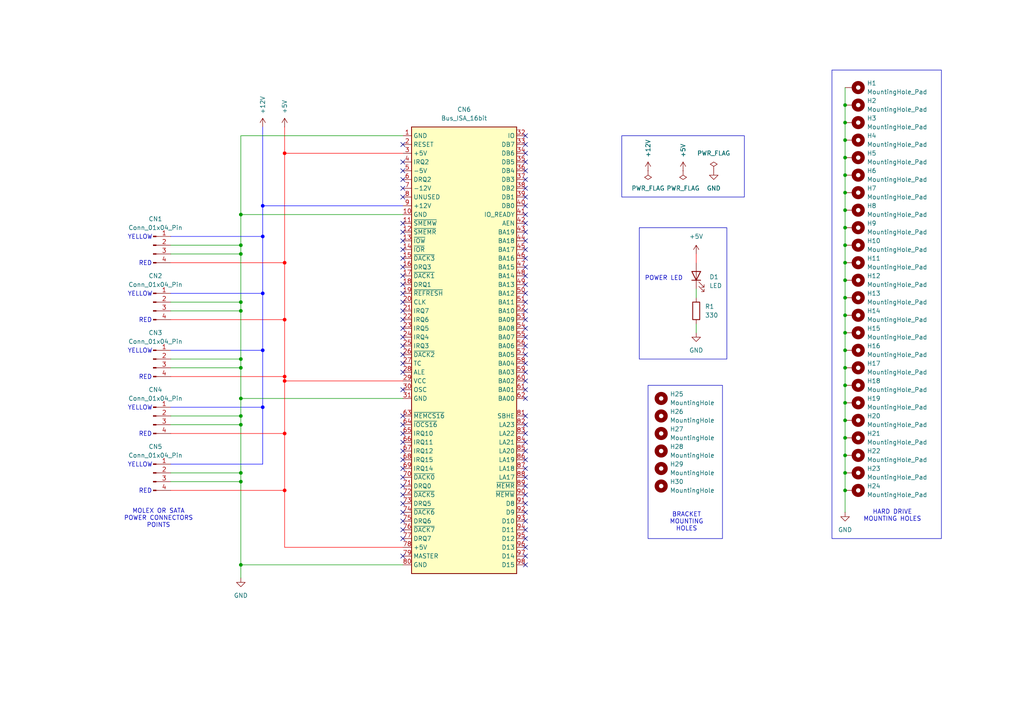
<source format=kicad_sch>
(kicad_sch (version 20250114) (generator "eeschema") (generator_version "9.0")
  (paper "A4")
  (title_block (title "Mount Winchester FL16") (rev "1.1") (company "Oddsocks b5s4"))
  (lib_symbols
    (symbol "Connector:Bus_ISA_16bit"
      (property "Reference" "J" (at 0 67.945 0))
      (property "Value" "Bus_ISA_16bit" (at 0 -65.405 0))
      (symbol "Bus_ISA_16bit_0_1"
        (rectangle (start -15.24 -63.5) (end 15.24 66.04) (stroke (width 0.254)) (fill (type background)))
      )
      (symbol "Bus_ISA_16bit_1_1"
        (pin power_in line (at -17.78 63.5 0) (length 2.54) (name "GND") (number "1"))
        (pin output line (at -17.78 60.96 0) (length 2.54) (name "RESET") (number "2"))
        (pin power_in line (at -17.78 58.42 0) (length 2.54) (name "+5V") (number "3"))
        (pin passive line (at -17.78 55.88 0) (length 2.54) (name "IRQ2") (number "4"))
        (pin power_in line (at -17.78 53.34 0) (length 2.54) (name "-5V") (number "5"))
        (pin passive line (at -17.78 50.8 0) (length 2.54) (name "DRQ2") (number "6"))
        (pin power_in line (at -17.78 48.26 0) (length 2.54) (name "-12V") (number "7"))
        (pin passive line (at -17.78 45.72 0) (length 2.54) (name "UNUSED") (number "8"))
        (pin power_in line (at -17.78 43.18 0) (length 2.54) (name "+12V") (number "9"))
        (pin power_in line (at -17.78 40.64 0) (length 2.54) (name "GND") (number "10"))
        (pin output line (at -17.78 38.1 0) (length 2.54) (name "~{SMEMW}") (number "11"))
        (pin output line (at -17.78 35.56 0) (length 2.54) (name "~{SMEMR}") (number "12"))
        (pin output line (at -17.78 33.02 0) (length 2.54) (name "~{IOW}") (number "13"))
        (pin output line (at -17.78 30.48 0) (length 2.54) (name "~{IOR}") (number "14"))
        (pin passive line (at -17.78 27.94 0) (length 2.54) (name "~{DACK3}") (number "15"))
        (pin passive line (at -17.78 25.4 0) (length 2.54) (name "DRQ3") (number "16"))
        (pin passive line (at -17.78 22.86 0) (length 2.54) (name "~{DACK1}") (number "17"))
        (pin passive line (at -17.78 20.32 0) (length 2.54) (name "DRQ1") (number "18"))
        (pin passive line (at -17.78 17.78 0) (length 2.54) (name "~{REFRESH}") (number "19"))
        (pin output line (at -17.78 15.24 0) (length 2.54) (name "CLK") (number "20"))
        (pin passive line (at -17.78 12.7 0) (length 2.54) (name "IRQ7") (number "21"))
        (pin passive line (at -17.78 10.16 0) (length 2.54) (name "IRQ6") (number "22"))
        (pin passive line (at -17.78 7.62 0) (length 2.54) (name "IRQ5") (number "23"))
        (pin passive line (at -17.78 5.08 0) (length 2.54) (name "IRQ4") (number "24"))
        (pin passive line (at -17.78 2.54 0) (length 2.54) (name "IRQ3") (number "25"))
        (pin passive line (at -17.78 0 0) (length 2.54) (name "~{DACK2}") (number "26"))
        (pin passive line (at -17.78 -2.54 0) (length 2.54) (name "TC") (number "27"))
        (pin output line (at -17.78 -5.08 0) (length 2.54) (name "ALE") (number "28"))
        (pin power_in line (at -17.78 -7.62 0) (length 2.54) (name "VCC") (number "29"))
        (pin output line (at -17.78 -10.16 0) (length 2.54) (name "OSC") (number "30"))
        (pin power_in line (at -17.78 -12.7 0) (length 2.54) (name "GND") (number "31"))
        (pin passive line (at -17.78 -17.78 0) (length 2.54) (name "~{MEMCS16}") (number "63"))
        (pin passive line (at -17.78 -20.32 0) (length 2.54) (name "~{IOCS16}") (number "64"))
        (pin passive line (at -17.78 -22.86 0) (length 2.54) (name "IRQ10") (number "65"))
        (pin passive line (at -17.78 -25.4 0) (length 2.54) (name "IRQ11") (number "66"))
        (pin passive line (at -17.78 -27.94 0) (length 2.54) (name "IRQ12") (number "67"))
        (pin passive line (at -17.78 -30.48 0) (length 2.54) (name "IRQ15") (number "68"))
        (pin passive line (at -17.78 -33.02 0) (length 2.54) (name "IRQ14") (number "69"))
        (pin output line (at -17.78 -35.56 0) (length 2.54) (name "~{DACK0}") (number "70"))
        (pin passive line (at -17.78 -38.1 0) (length 2.54) (name "DRQ0") (number "71"))
        (pin output line (at -17.78 -40.64 0) (length 2.54) (name "~{DACK5}") (number "72"))
        (pin passive line (at -17.78 -43.18 0) (length 2.54) (name "DRQ5") (number "73"))
        (pin output line (at -17.78 -45.72 0) (length 2.54) (name "~{DACK6}") (number "74"))
        (pin passive line (at -17.78 -48.26 0) (length 2.54) (name "DRQ6") (number "75"))
        (pin output line (at -17.78 -50.8 0) (length 2.54) (name "~{DACK7}") (number "76"))
        (pin passive line (at -17.78 -53.34 0) (length 2.54) (name "DRQ7") (number "77"))
        (pin power_in line (at -17.78 -55.88 0) (length 2.54) (name "+5V") (number "78"))
        (pin passive line (at -17.78 -58.42 0) (length 2.54) (name "MASTER") (number "79"))
        (pin power_in line (at -17.78 -60.96 0) (length 2.54) (name "GND") (number "80"))
        (pin passive line (at 17.78 63.5 180) (length 2.54) (name "IO") (number "32"))
        (pin tri_state line (at 17.78 60.96 180) (length 2.54) (name "DB7") (number "33"))
        (pin tri_state line (at 17.78 58.42 180) (length 2.54) (name "DB6") (number "34"))
        (pin tri_state line (at 17.78 55.88 180) (length 2.54) (name "DB5") (number "35"))
        (pin tri_state line (at 17.78 53.34 180) (length 2.54) (name "DB4") (number "36"))
        (pin tri_state line (at 17.78 50.8 180) (length 2.54) (name "DB3") (number "37"))
        (pin tri_state line (at 17.78 48.26 180) (length 2.54) (name "DB2") (number "38"))
        (pin tri_state line (at 17.78 45.72 180) (length 2.54) (name "DB1") (number "39"))
        (pin tri_state line (at 17.78 43.18 180) (length 2.54) (name "DB0") (number "40"))
        (pin passive line (at 17.78 40.64 180) (length 2.54) (name "IO_READY") (number "41"))
        (pin output line (at 17.78 38.1 180) (length 2.54) (name "AEN") (number "42"))
        (pin tri_state line (at 17.78 35.56 180) (length 2.54) (name "BA19") (number "43"))
        (pin tri_state line (at 17.78 33.02 180) (length 2.54) (name "BA18") (number "44"))
        (pin tri_state line (at 17.78 30.48 180) (length 2.54) (name "BA17") (number "45"))
        (pin tri_state line (at 17.78 27.94 180) (length 2.54) (name "BA16") (number "46"))
        (pin tri_state line (at 17.78 25.4 180) (length 2.54) (name "BA15") (number "47"))
        (pin tri_state line (at 17.78 22.86 180) (length 2.54) (name "BA14") (number "48"))
        (pin tri_state line (at 17.78 20.32 180) (length 2.54) (name "BA13") (number "49"))
        (pin tri_state line (at 17.78 17.78 180) (length 2.54) (name "BA12") (number "50"))
        (pin tri_state line (at 17.78 15.24 180) (length 2.54) (name "BA11") (number "51"))
        (pin tri_state line (at 17.78 12.7 180) (length 2.54) (name "BA10") (number "52"))
        (pin tri_state line (at 17.78 10.16 180) (length 2.54) (name "BA09") (number "53"))
        (pin tri_state line (at 17.78 7.62 180) (length 2.54) (name "BA08") (number "54"))
        (pin tri_state line (at 17.78 5.08 180) (length 2.54) (name "BA07") (number "55"))
        (pin tri_state line (at 17.78 2.54 180) (length 2.54) (name "BA06") (number "56"))
        (pin tri_state line (at 17.78 0 180) (length 2.54) (name "BA05") (number "57"))
        (pin tri_state line (at 17.78 -2.54 180) (length 2.54) (name "BA04") (number "58"))
        (pin tri_state line (at 17.78 -5.08 180) (length 2.54) (name "BA03") (number "59"))
        (pin tri_state line (at 17.78 -7.62 180) (length 2.54) (name "BA02") (number "60"))
        (pin tri_state line (at 17.78 -10.16 180) (length 2.54) (name "BA01") (number "61"))
        (pin tri_state line (at 17.78 -12.7 180) (length 2.54) (name "BA00") (number "62"))
        (pin passive line (at 17.78 -17.78 180) (length 2.54) (name "SBHE") (number "81"))
        (pin passive line (at 17.78 -20.32 180) (length 2.54) (name "LA23") (number "82"))
        (pin passive line (at 17.78 -22.86 180) (length 2.54) (name "LA22") (number "83"))
        (pin passive line (at 17.78 -25.4 180) (length 2.54) (name "LA21") (number "84"))
        (pin passive line (at 17.78 -27.94 180) (length 2.54) (name "LA20") (number "85"))
        (pin passive line (at 17.78 -30.48 180) (length 2.54) (name "LA19") (number "86"))
        (pin passive line (at 17.78 -33.02 180) (length 2.54) (name "LA18") (number "87"))
        (pin passive line (at 17.78 -35.56 180) (length 2.54) (name "LA17") (number "88"))
        (pin output line (at 17.78 -38.1 180) (length 2.54) (name "~{MEMR}") (number "89"))
        (pin output line (at 17.78 -40.64 180) (length 2.54) (name "~{MEMW}") (number "90"))
        (pin tri_state line (at 17.78 -43.18 180) (length 2.54) (name "D8") (number "91"))
        (pin tri_state line (at 17.78 -45.72 180) (length 2.54) (name "D9") (number "92"))
        (pin tri_state line (at 17.78 -48.26 180) (length 2.54) (name "D10") (number "93"))
        (pin tri_state line (at 17.78 -50.8 180) (length 2.54) (name "D11") (number "94"))
        (pin tri_state line (at 17.78 -53.34 180) (length 2.54) (name "D12") (number "95"))
        (pin tri_state line (at 17.78 -55.88 180) (length 2.54) (name "D13") (number "96"))
        (pin tri_state line (at 17.78 -58.42 180) (length 2.54) (name "D14") (number "97"))
        (pin tri_state line (at 17.78 -60.96 180) (length 2.54) (name "D15") (number "98"))
      )
    )
    (symbol "Connector:Conn_01x04_Pin" (pin_names (offset 1.016) (hide yes))
      (property "Reference" "J" (at 0 5.08 0))
      (property "Value" "Conn_01x04_Pin" (at 0 -7.62 0))
      (symbol "Conn_01x04_Pin_1_1"
        (rectangle (start 0.8636 2.667) (end 0 2.413) (stroke (width 0.1524)) (fill (type outline)))
        (rectangle (start 0.8636 0.127) (end 0 -0.127) (stroke (width 0.1524)) (fill (type outline)))
        (rectangle (start 0.8636 -2.413) (end 0 -2.667) (stroke (width 0.1524)) (fill (type outline)))
        (rectangle (start 0.8636 -4.953) (end 0 -5.207) (stroke (width 0.1524)) (fill (type outline)))
        (polyline (pts (xy 1.27 2.54) (xy 0.8636 2.54)) (stroke (width 0.1524)))
        (polyline (pts (xy 1.27 0) (xy 0.8636 0)) (stroke (width 0.1524)))
        (polyline (pts (xy 1.27 -2.54) (xy 0.8636 -2.54)) (stroke (width 0.1524)))
        (polyline (pts (xy 1.27 -5.08) (xy 0.8636 -5.08)) (stroke (width 0.1524)))
        (pin passive line (at 5.08 2.54 180) (length 3.81) (name "Pin_1") (number "1"))
        (pin passive line (at 5.08 0 180) (length 3.81) (name "Pin_2") (number "2"))
        (pin passive line (at 5.08 -2.54 180) (length 3.81) (name "Pin_3") (number "3"))
        (pin passive line (at 5.08 -5.08 180) (length 3.81) (name "Pin_4") (number "4"))
      )
    )
    (symbol "Device:LED" (pin_numbers (hide yes)) (pin_names (offset 1.016) (hide yes))
      (property "Reference" "D" (at 0 2.54 0))
      (property "Value" "LED" (at 0 -2.54 0))
      (symbol "LED_0_1"
        (polyline (pts (xy -3.048 -0.762) (xy -4.572 -2.286) (xy -3.81 -2.286) (xy -4.572 -2.286) (xy -4.572 -1.524)))
        (polyline (pts (xy -1.778 -0.762) (xy -3.302 -2.286) (xy -2.54 -2.286) (xy -3.302 -2.286) (xy -3.302 -1.524)))
        (polyline (pts (xy -1.27 0) (xy 1.27 0)))
        (polyline (pts (xy -1.27 -1.27) (xy -1.27 1.27)) (stroke (width 0.254)))
        (polyline (pts (xy 1.27 -1.27) (xy 1.27 1.27) (xy -1.27 0) (xy 1.27 -1.27)) (stroke (width 0.254)))
      )
      (symbol "LED_1_1"
        (pin passive line (at -3.81 0 0) (length 2.54) (name "K") (number "1"))
        (pin passive line (at 3.81 0 180) (length 2.54) (name "A") (number "2"))
      )
    )
    (symbol "Device:R" (pin_numbers (hide yes)) (pin_names (offset 0))
      (property "Reference" "R" (at 2.032 0 90))
      (property "Value" "R" (at 0 0 90))
      (symbol "R_0_1"
        (rectangle (start -1.016 -2.54) (end 1.016 2.54) (stroke (width 0.254)))
      )
      (symbol "R_1_1"
        (pin passive line (at 0 3.81 270) (length 1.27) (name "~") (number "1"))
        (pin passive line (at 0 -3.81 90) (length 1.27) (name "~") (number "2"))
      )
    )
    (symbol "Mechanical:MountingHole" (pin_names (offset 1.016)) (in_bom no)
      (property "Reference" "H" (at 0 5.08 0))
      (property "Value" "MountingHole" (at 0 3.175 0))
      (symbol "MountingHole_0_1"
        (circle (center 0 0) (radius 1.27) (stroke (width 1.27)))
      )
    )
    (symbol "Mechanical:MountingHole_Pad" (pin_numbers (hide yes)) (pin_names (offset 1.016) (hide yes)) (in_bom no)
      (property "Reference" "H" (at 0 6.35 0))
      (property "Value" "MountingHole_Pad" (at 0 4.445 0))
      (symbol "MountingHole_Pad_0_1"
        (circle (center 0 1.27) (radius 1.27) (stroke (width 1.27)))
      )
      (symbol "MountingHole_Pad_1_1"
        (pin input line (at 0 -2.54 90) (length 2.54) (name "1") (number "1"))
      )
    )
    (symbol "power:+12V" (power) (pin_numbers (hide yes)) (pin_names (offset 0) (hide yes))
      (property "Value" "+12V" (at 0 3.556 0))
      (symbol "+12V_0_1"
        (polyline (pts (xy -0.762 1.27) (xy 0 2.54)))
        (polyline (pts (xy 0 2.54) (xy 0.762 1.27)))
        (polyline (pts (xy 0 0) (xy 0 2.54)))
      )
      (symbol "+12V_1_1"
        (pin power_in line (at 0 0 90) (length 0) (name "~") (number "1"))
      )
    )
    (symbol "power:+5V" (power) (pin_numbers (hide yes)) (pin_names (offset 0) (hide yes))
      (property "Value" "+5V" (at 0 3.556 0))
      (symbol "+5V_0_1"
        (polyline (pts (xy -0.762 1.27) (xy 0 2.54)))
        (polyline (pts (xy 0 2.54) (xy 0.762 1.27)))
        (polyline (pts (xy 0 0) (xy 0 2.54)))
      )
      (symbol "+5V_1_1"
        (pin power_in line (at 0 0 90) (length 0) (name "~") (number "1"))
      )
    )
    (symbol "power:GND" (power) (pin_numbers (hide yes)) (pin_names (offset 0) (hide yes))
      (property "Value" "GND" (at 0 -3.81 0))
      (symbol "GND_0_1"
        (polyline (pts (xy 0 0) (xy 0 -1.27) (xy 1.27 -1.27) (xy 0 -2.54) (xy -1.27 -1.27) (xy 0 -1.27)))
      )
      (symbol "GND_1_1"
        (pin power_in line (at 0 0 270) (length 0) (name "~") (number "1"))
      )
    )
    (symbol "power:PWR_FLAG" (power) (pin_numbers (hide yes)) (pin_names (offset 0) (hide yes))
      (property "Value" "PWR_FLAG" (at 0 3.81 0))
      (symbol "PWR_FLAG_0_0"
        (pin power_out line (at 0 0 90) (length 0) (name "~") (number "1"))
      )
      (symbol "PWR_FLAG_0_1"
        (polyline (pts (xy 0 0) (xy 0 1.27) (xy -1.016 1.905) (xy 0 2.54) (xy 1.016 1.905) (xy 0 1.27)))
      )
    )
  )
  (rectangle (start 187.96 111.76) (end 209.55 156.21))
  (rectangle (start 185.42 66.04) (end 210.82 104.14))
  (rectangle (start 180.34 39.37) (end 215.9 57.15))
  (rectangle (start 241.3 20.32) (end 273.05 156.21))
  (text "MOLEX OR SATA\nPOWER CONNECTORS\nPOINTS" (at 45.974 150.368 0) (effects (font (size 1.27 1.27))))
  (text "RED" (at 42.164 125.984 0) (effects (font (size 1.27 1.27))))
  (text "YELLOW" (at 40.64 118.364 0) (effects (font (size 1.27 1.27))))
  (text "RED" (at 42.164 109.474 0) (effects (font (size 1.27 1.27))))
  (text "YELLOW" (at 40.64 101.854 0) (effects (font (size 1.27 1.27))))
  (text "BRACKET\nMOUNTING\nHOLES" (at 199.136 151.384 0) (effects (font (size 1.27 1.27))))
  (text "RED" (at 42.164 92.964 0) (effects (font (size 1.27 1.27))))
  (text "RED" (at 42.164 76.454 0) (effects (font (size 1.27 1.27))))
  (text "YELLOW" (at 40.64 134.874 0) (effects (font (size 1.27 1.27))))
  (text "YELLOW" (at 40.64 68.834 0) (effects (font (size 1.27 1.27))))
  (text "YELLOW" (at 40.64 85.344 0) (effects (font (size 1.27 1.27))))
  (text "RED" (at 42.164 142.494 0) (effects (font (size 1.27 1.27))))
  (text "POWER LED" (at 192.532 80.772 0) (effects (font (size 1.27 1.27))))
  (text "HARD DRIVE\nMOUNTING HOLES" (at 258.826 149.606 0) (effects (font (size 1.27 1.27))))
  (junction (at 82.55 125.73) (color 255 0 0 1))
  (junction (at 245.11 55.88))
  (junction (at 69.85 115.57))
  (junction (at 76.2 85.09) (color 0 0 255 1))
  (junction (at 76.2 59.69) (color 0 0 255 1))
  (junction (at 245.11 30.48))
  (junction (at 245.11 91.44))
  (junction (at 69.85 104.14))
  (junction (at 82.55 76.2) (color 255 0 0 1))
  (junction (at 245.11 142.24))
  (junction (at 245.11 86.36))
  (junction (at 245.11 127))
  (junction (at 245.11 50.8))
  (junction (at 245.11 96.52))
  (junction (at 69.85 73.66))
  (junction (at 76.2 68.58) (color 0 0 255 1))
  (junction (at 69.85 90.17))
  (junction (at 245.11 132.08))
  (junction (at 245.11 45.72))
  (junction (at 245.11 121.92))
  (junction (at 69.85 139.7))
  (junction (at 245.11 111.76))
  (junction (at 76.2 118.11) (color 0 0 255 1))
  (junction (at 245.11 106.68))
  (junction (at 82.55 92.71) (color 255 0 0 1))
  (junction (at 69.85 106.68))
  (junction (at 82.55 109.22) (color 255 0 0 1))
  (junction (at 245.11 81.28))
  (junction (at 76.2 101.6) (color 0 0 255 1))
  (junction (at 69.85 87.63))
  (junction (at 69.85 163.83))
  (junction (at 82.55 142.24) (color 255 0 0 1))
  (junction (at 245.11 35.56))
  (junction (at 245.11 60.96))
  (junction (at 69.85 62.23))
  (junction (at 69.85 137.16))
  (junction (at 82.55 110.49) (color 255 0 0 1))
  (junction (at 245.11 101.6))
  (junction (at 69.85 71.12))
  (junction (at 245.11 40.64))
  (junction (at 245.11 76.2))
  (junction (at 245.11 71.12))
  (junction (at 69.85 123.19))
  (junction (at 245.11 66.04))
  (junction (at 245.11 116.84))
  (junction (at 82.55 44.45) (color 255 0 0 1))
  (junction (at 69.85 120.65))
  (junction (at 245.11 137.16))
  (no_connect (at 116.84 138.43))
  (no_connect (at 152.4 113.03))
  (no_connect (at 116.84 100.33))
  (no_connect (at 116.84 125.73))
  (no_connect (at 116.84 120.65))
  (no_connect (at 152.4 135.89))
  (no_connect (at 116.84 52.07))
  (no_connect (at 116.84 57.15))
  (no_connect (at 152.4 90.17))
  (no_connect (at 116.84 64.77))
  (no_connect (at 152.4 133.35))
  (no_connect (at 116.84 97.79))
  (no_connect (at 116.84 133.35))
  (no_connect (at 116.84 69.85))
  (no_connect (at 116.84 143.51))
  (no_connect (at 152.4 130.81))
  (no_connect (at 116.84 130.81))
  (no_connect (at 152.4 158.75))
  (no_connect (at 152.4 102.87))
  (no_connect (at 152.4 49.53))
  (no_connect (at 152.4 41.91))
  (no_connect (at 116.84 95.25))
  (no_connect (at 152.4 97.79))
  (no_connect (at 116.84 72.39))
  (no_connect (at 152.4 72.39))
  (no_connect (at 152.4 82.55))
  (no_connect (at 116.84 161.29))
  (no_connect (at 152.4 54.61))
  (no_connect (at 116.84 41.91))
  (no_connect (at 116.84 92.71))
  (no_connect (at 116.84 105.41))
  (no_connect (at 152.4 74.93))
  (no_connect (at 152.4 156.21))
  (no_connect (at 152.4 62.23))
  (no_connect (at 152.4 100.33))
  (no_connect (at 152.4 39.37))
  (no_connect (at 116.84 82.55))
  (no_connect (at 152.4 163.83))
  (no_connect (at 116.84 156.21))
  (no_connect (at 116.84 90.17))
  (no_connect (at 152.4 110.49))
  (no_connect (at 152.4 115.57))
  (no_connect (at 152.4 52.07))
  (no_connect (at 116.84 151.13))
  (no_connect (at 152.4 148.59))
  (no_connect (at 152.4 143.51))
  (no_connect (at 116.84 140.97))
  (no_connect (at 152.4 44.45))
  (no_connect (at 152.4 80.01))
  (no_connect (at 116.84 153.67))
  (no_connect (at 116.84 54.61))
  (no_connect (at 152.4 105.41))
  (no_connect (at 152.4 107.95))
  (no_connect (at 152.4 69.85))
  (no_connect (at 152.4 128.27))
  (no_connect (at 116.84 128.27))
  (no_connect (at 116.84 135.89))
  (no_connect (at 152.4 146.05))
  (no_connect (at 152.4 67.31))
  (no_connect (at 152.4 161.29))
  (no_connect (at 116.84 113.03))
  (no_connect (at 152.4 46.99))
  (no_connect (at 152.4 138.43))
  (no_connect (at 116.84 80.01))
  (no_connect (at 116.84 46.99))
  (no_connect (at 152.4 77.47))
  (no_connect (at 152.4 125.73))
  (no_connect (at 116.84 85.09))
  (no_connect (at 116.84 77.47))
  (no_connect (at 152.4 87.63))
  (no_connect (at 116.84 102.87))
  (no_connect (at 152.4 140.97))
  (no_connect (at 152.4 95.25))
  (no_connect (at 152.4 153.67))
  (no_connect (at 152.4 57.15))
  (no_connect (at 116.84 148.59))
  (no_connect (at 116.84 74.93))
  (no_connect (at 152.4 123.19))
  (no_connect (at 116.84 107.95))
  (no_connect (at 152.4 64.77))
  (no_connect (at 116.84 49.53))
  (no_connect (at 152.4 59.69))
  (no_connect (at 116.84 123.19))
  (no_connect (at 116.84 87.63))
  (no_connect (at 152.4 151.13))
  (no_connect (at 116.84 67.31))
  (no_connect (at 116.84 146.05))
  (no_connect (at 152.4 120.65))
  (no_connect (at 152.4 85.09))
  (no_connect (at 152.4 92.71))
  (wire (pts (xy 245.11 86.36) (xy 245.11 91.44)))
  (wire (pts (xy 82.55 125.73) (xy 82.55 142.24)) (stroke (width 0) (color 255 0 0 1)))
  (wire (pts (xy 69.85 163.83) (xy 69.85 167.64)))
  (wire (pts (xy 69.85 120.65) (xy 69.85 123.19)))
  (wire (pts (xy 49.53 109.22) (xy 82.55 109.22)) (stroke (width 0) (color 255 0 0 1)))
  (wire (pts (xy 69.85 62.23) (xy 69.85 71.12)))
  (wire (pts (xy 69.85 163.83) (xy 116.84 163.83)))
  (wire (pts (xy 49.53 90.17) (xy 69.85 90.17)))
  (wire (pts (xy 49.53 123.19) (xy 69.85 123.19)))
  (wire (pts (xy 245.11 137.16) (xy 245.11 142.24)))
  (wire (pts (xy 245.11 60.96) (xy 245.11 66.04)))
  (wire (pts (xy 69.85 39.37) (xy 69.85 62.23)))
  (wire (pts (xy 49.53 139.7) (xy 69.85 139.7)))
  (wire (pts (xy 201.93 73.66) (xy 201.93 76.2)) (stroke (width 0) (color 255 0 0 1)))
  (wire (pts (xy 82.55 109.22) (xy 82.55 110.49)) (stroke (width 0) (color 255 0 0 1)))
  (wire (pts (xy 49.53 125.73) (xy 82.55 125.73)) (stroke (width 0) (color 255 0 0 1)))
  (wire (pts (xy 82.55 76.2) (xy 82.55 92.71)) (stroke (width 0) (color 255 0 0 1)))
  (wire (pts (xy 245.11 132.08) (xy 245.11 137.16)))
  (wire (pts (xy 69.85 137.16) (xy 69.85 139.7)))
  (wire (pts (xy 49.53 68.58) (xy 76.2 68.58)) (stroke (width 0) (color 0 0 255 1)))
  (wire (pts (xy 49.53 106.68) (xy 69.85 106.68)))
  (wire (pts (xy 245.11 71.12) (xy 245.11 76.2)))
  (wire (pts (xy 82.55 36.83) (xy 82.55 44.45)) (stroke (width 0) (color 255 0 0 1)))
  (wire (pts (xy 82.55 44.45) (xy 82.55 76.2)) (stroke (width 0) (color 255 0 0 1)))
  (wire (pts (xy 69.85 139.7) (xy 69.85 163.83)))
  (wire (pts (xy 76.2 59.69) (xy 116.84 59.69)) (stroke (width 0) (color 0 0 255 1)))
  (wire (pts (xy 49.53 134.62) (xy 76.2 134.62)) (stroke (width 0) (color 0 0 255 1)))
  (wire (pts (xy 245.11 40.64) (xy 245.11 45.72)))
  (wire (pts (xy 245.11 101.6) (xy 245.11 106.68)))
  (wire (pts (xy 49.53 71.12) (xy 69.85 71.12)))
  (wire (pts (xy 49.53 73.66) (xy 69.85 73.66)))
  (wire (pts (xy 69.85 87.63) (xy 69.85 90.17)))
  (wire (pts (xy 245.11 30.48) (xy 245.11 35.56)))
  (wire (pts (xy 245.11 111.76) (xy 245.11 116.84)))
  (wire (pts (xy 69.85 71.12) (xy 69.85 73.66)))
  (wire (pts (xy 245.11 91.44) (xy 245.11 96.52)))
  (wire (pts (xy 201.93 83.82) (xy 201.93 86.36)))
  (wire (pts (xy 69.85 62.23) (xy 116.84 62.23)))
  (wire (pts (xy 69.85 106.68) (xy 69.85 115.57)))
  (wire (pts (xy 82.55 44.45) (xy 116.84 44.45)) (stroke (width 0) (color 255 0 0 1)))
  (wire (pts (xy 69.85 90.17) (xy 69.85 104.14)))
  (wire (pts (xy 49.53 137.16) (xy 69.85 137.16)))
  (wire (pts (xy 245.11 81.28) (xy 245.11 86.36)))
  (wire (pts (xy 245.11 127) (xy 245.11 132.08)))
  (wire (pts (xy 245.11 35.56) (xy 245.11 40.64)))
  (wire (pts (xy 245.11 116.84) (xy 245.11 121.92)))
  (wire (pts (xy 49.53 104.14) (xy 69.85 104.14)))
  (wire (pts (xy 245.11 96.52) (xy 245.11 101.6)))
  (wire (pts (xy 76.2 101.6) (xy 76.2 118.11)) (stroke (width 0) (color 0 0 255 1)))
  (wire (pts (xy 49.53 120.65) (xy 69.85 120.65)))
  (wire (pts (xy 76.2 68.58) (xy 76.2 85.09)) (stroke (width 0) (color 0 0 255 1)))
  (wire (pts (xy 69.85 39.37) (xy 116.84 39.37)))
  (wire (pts (xy 76.2 59.69) (xy 76.2 68.58)) (stroke (width 0) (color 0 0 255 1)))
  (wire (pts (xy 245.11 121.92) (xy 245.11 127)))
  (wire (pts (xy 69.85 104.14) (xy 69.85 106.68)))
  (wire (pts (xy 245.11 50.8) (xy 245.11 55.88)))
  (wire (pts (xy 82.55 110.49) (xy 82.55 125.73)) (stroke (width 0) (color 255 0 0 1)))
  (wire (pts (xy 49.53 101.6) (xy 76.2 101.6)) (stroke (width 0) (color 0 0 255 1)))
  (wire (pts (xy 49.53 142.24) (xy 82.55 142.24)) (stroke (width 0) (color 255 0 0 1)))
  (wire (pts (xy 82.55 142.24) (xy 82.55 158.75)) (stroke (width 0) (color 255 0 0 1)))
  (wire (pts (xy 82.55 110.49) (xy 116.84 110.49)) (stroke (width 0) (color 255 0 0 1)))
  (wire (pts (xy 69.85 115.57) (xy 116.84 115.57)))
  (wire (pts (xy 82.55 92.71) (xy 82.55 109.22)) (stroke (width 0) (color 255 0 0 1)))
  (wire (pts (xy 49.53 92.71) (xy 82.55 92.71)) (stroke (width 0) (color 255 0 0 1)))
  (wire (pts (xy 245.11 76.2) (xy 245.11 81.28)))
  (wire (pts (xy 76.2 85.09) (xy 76.2 101.6)) (stroke (width 0) (color 0 0 255 1)))
  (wire (pts (xy 76.2 36.83) (xy 76.2 59.69)) (stroke (width 0) (color 0 0 255 1)))
  (wire (pts (xy 201.93 93.98) (xy 201.93 96.52)))
  (wire (pts (xy 49.53 85.09) (xy 76.2 85.09)) (stroke (width 0) (color 0 0 255 1)))
  (wire (pts (xy 69.85 123.19) (xy 69.85 137.16)))
  (wire (pts (xy 49.53 87.63) (xy 69.85 87.63)))
  (wire (pts (xy 245.11 106.68) (xy 245.11 111.76)))
  (wire (pts (xy 245.11 45.72) (xy 245.11 50.8)))
  (wire (pts (xy 69.85 115.57) (xy 69.85 120.65)))
  (wire (pts (xy 49.53 76.2) (xy 82.55 76.2)) (stroke (width 0) (color 255 0 0 1)))
  (wire (pts (xy 245.11 142.24) (xy 245.11 148.59)))
  (wire (pts (xy 245.11 66.04) (xy 245.11 71.12)))
  (wire (pts (xy 49.53 118.11) (xy 76.2 118.11)) (stroke (width 0) (color 0 0 255 1)))
  (wire (pts (xy 245.11 25.4) (xy 245.11 30.48)))
  (wire (pts (xy 69.85 73.66) (xy 69.85 87.63)))
  (wire (pts (xy 245.11 55.88) (xy 245.11 60.96)))
  (wire (pts (xy 76.2 118.11) (xy 76.2 134.62)) (stroke (width 0) (color 0 0 255 1)))
  (wire (pts (xy 82.55 158.75) (xy 116.84 158.75)) (stroke (width 0) (color 255 0 0 1)))
  (symbol (lib_id "Connector:Conn_01x04_Pin") (at 44.45 71.12 0) (unit 1)
    (property "Reference" "CN1" (at 45.085 63.5 0))
    (property "Value" "Conn_01x04_Pin" (at 45.085 66.04 0))
    (property "Footprint" "Connector_Wire:SolderWire-0.75sqmm_1x04_P4.8mm_D1.25mm_OD2.3mm" (effects (hide yes)))
    (property "Description" "Generic connector, single row, 01x04, script generated" (effects (hide yes)))
  )
  (symbol (lib_id "Mechanical:MountingHole_Pad") (at 247.65 116.84 270) (unit 1) (in_bom no)
    (property "Reference" "H19" (at 251.46 115.5699 90) (effects (justify left)))
    (property "Value" "MountingHole_Pad" (at 251.46 118.1099 90) (effects (justify left)))
    (property "Footprint" "MountingHole:MountingHole_3.2mm_M3_DIN965_Pad_TopOnly" (effects (hide yes)))
    (property "Description" "Mounting Hole with connection" (effects (hide yes)))
  )
  (symbol (lib_id "power:GND") (at 245.11 148.59 0) (unit 1)
    (property "Reference" "#PWR034" (effects (hide yes)))
    (property "Value" "GND" (at 245.11 153.67 0))
    (property "Description" "Power symbol creates a global label with name \"GND\" , ground" (effects (hide yes)))
  )
  (symbol (lib_id "power:+5V") (at 82.55 36.83 0) (unit 1)
    (property "Reference" "#PWR036" (effects (hide yes)))
    (property "Value" "+5V" (at 82.5501 33.02 90) (effects (justify left)))
    (property "Description" "Power symbol creates a global label with name \"+5V\"" (effects (hide yes)))
  )
  (symbol (lib_id "Mechanical:MountingHole_Pad") (at 247.65 91.44 270) (unit 1) (in_bom no)
    (property "Reference" "H14" (at 251.46 90.1699 90) (effects (justify left)))
    (property "Value" "MountingHole_Pad" (at 251.46 92.7099 90) (effects (justify left)))
    (property "Footprint" "MountingHole:MountingHole_3.2mm_M3_DIN965_Pad_TopOnly" (effects (hide yes)))
    (property "Description" "Mounting Hole with connection" (effects (hide yes)))
  )
  (symbol (lib_id "power:GND") (at 69.85 167.64 0) (unit 1)
    (property "Reference" "#PWR035" (effects (hide yes)))
    (property "Value" "GND" (at 69.85 172.72 0))
    (property "Description" "Power symbol creates a global label with name \"GND\" , ground" (effects (hide yes)))
  )
  (symbol (lib_id "Device:R") (at 201.93 90.17 0) (unit 1)
    (property "Reference" "R1" (at 204.47 88.8999 0) (effects (justify left)))
    (property "Value" "330" (at 204.47 91.4399 0) (effects (justify left)))
    (property "Footprint" "Resistor_THT:R_Axial_DIN0207_L6.3mm_D2.5mm_P10.16mm_Horizontal" (effects (hide yes)))
    (property "Description" "Resistor" (effects (hide yes)))
  )
  (symbol (lib_id "Mechanical:MountingHole_Pad") (at 247.65 121.92 270) (unit 1) (in_bom no)
    (property "Reference" "H20" (at 251.46 120.6499 90) (effects (justify left)))
    (property "Value" "MountingHole_Pad" (at 251.46 123.1899 90) (effects (justify left)))
    (property "Footprint" "MountingHole:MountingHole_3.2mm_M3_DIN965_Pad_TopOnly" (effects (hide yes)))
    (property "Description" "Mounting Hole with connection" (effects (hide yes)))
  )
  (symbol (lib_id "Mechanical:MountingHole") (at 191.77 140.97 0) (unit 1) (in_bom no)
    (property "Reference" "H30" (at 194.31 139.6999 0) (effects (justify left)))
    (property "Value" "MountingHole" (at 194.31 142.2399 0) (effects (justify left)))
    (property "Footprint" "MountingHole:MountingHole_3.2mm_M3" (effects (hide yes)))
    (property "Description" "Mounting Hole without connection" (effects (hide yes)))
  )
  (symbol (lib_id "Connector:Bus_ISA_16bit") (at 134.62 102.87 0) (unit 1)
    (property "Reference" "CN6" (at 134.62 31.75 0))
    (property "Value" "Bus_ISA_16bit" (at 134.62 34.29 0))
    (property "Footprint" "Connector_PCBEdge:BUS_AT" (effects (hide yes)))
    (property "Datasheet" "https://en.wikipedia.org/wiki/Industry_Standard_Architecture" (effects (hide yes)))
    (property "Description" "16-bit ISA-AT bus connector" (effects (hide yes)))
  )
  (symbol (lib_id "Mechanical:MountingHole_Pad") (at 247.65 127 270) (unit 1) (in_bom no)
    (property "Reference" "H21" (at 251.46 125.7299 90) (effects (justify left)))
    (property "Value" "MountingHole_Pad" (at 251.46 128.2699 90) (effects (justify left)))
    (property "Footprint" "MountingHole:MountingHole_3.2mm_M3_DIN965_Pad_TopOnly" (effects (hide yes)))
    (property "Description" "Mounting Hole with connection" (effects (hide yes)))
  )
  (symbol (lib_id "Mechanical:MountingHole_Pad") (at 247.65 106.68 270) (unit 1) (in_bom no)
    (property "Reference" "H17" (at 251.46 105.4099 90) (effects (justify left)))
    (property "Value" "MountingHole_Pad" (at 251.46 107.9499 90) (effects (justify left)))
    (property "Footprint" "MountingHole:MountingHole_3.2mm_M3_DIN965_Pad_TopOnly" (effects (hide yes)))
    (property "Description" "Mounting Hole with connection" (effects (hide yes)))
  )
  (symbol (lib_id "Mechanical:MountingHole_Pad") (at 247.65 66.04 270) (unit 1) (in_bom no)
    (property "Reference" "H9" (at 251.46 64.7699 90) (effects (justify left)))
    (property "Value" "MountingHole_Pad" (at 251.46 67.3099 90) (effects (justify left)))
    (property "Footprint" "MountingHole:MountingHole_3.5mm_Pad_TopOnly" (effects (hide yes)))
    (property "Description" "Mounting Hole with connection" (effects (hide yes)))
  )
  (symbol (lib_id "Mechanical:MountingHole") (at 191.77 135.89 0) (unit 1) (in_bom no)
    (property "Reference" "H29" (at 194.31 134.6199 0) (effects (justify left)))
    (property "Value" "MountingHole" (at 194.31 137.1599 0) (effects (justify left)))
    (property "Footprint" "MountingHole:MountingHole_3.2mm_M3" (effects (hide yes)))
    (property "Description" "Mounting Hole without connection" (effects (hide yes)))
  )
  (symbol (lib_id "Mechanical:MountingHole_Pad") (at 247.65 111.76 270) (unit 1) (in_bom no)
    (property "Reference" "H18" (at 251.46 110.4899 90) (effects (justify left)))
    (property "Value" "MountingHole_Pad" (at 251.46 113.0299 90) (effects (justify left)))
    (property "Footprint" "MountingHole:MountingHole_3.2mm_M3_DIN965_Pad_TopOnly" (effects (hide yes)))
    (property "Description" "Mounting Hole with connection" (effects (hide yes)))
  )
  (symbol (lib_id "Mechanical:MountingHole_Pad") (at 247.65 137.16 270) (unit 1) (in_bom no)
    (property "Reference" "H23" (at 251.46 135.8899 90) (effects (justify left)))
    (property "Value" "MountingHole_Pad" (at 251.46 138.4299 90) (effects (justify left)))
    (property "Footprint" "MountingHole:MountingHole_3.2mm_M3_DIN965_Pad_TopOnly" (effects (hide yes)))
    (property "Description" "Mounting Hole with connection" (effects (hide yes)))
  )
  (symbol (lib_id "power:+12V") (at 76.2 36.83 0) (unit 1)
    (property "Reference" "#PWR037" (effects (hide yes)))
    (property "Value" "+12V" (at 76.2 30.48 90))
    (property "Description" "Power symbol creates a global label with name \"+12V\"" (effects (hide yes)))
  )
  (symbol (lib_id "Connector:Conn_01x04_Pin") (at 44.45 120.65 0) (unit 1)
    (property "Reference" "CN4" (at 45.085 113.03 0))
    (property "Value" "Conn_01x04_Pin" (at 45.085 115.57 0))
    (property "Footprint" "Connector_Wire:SolderWire-0.75sqmm_1x04_P4.8mm_D1.25mm_OD2.3mm" (effects (hide yes)))
    (property "Description" "Generic connector, single row, 01x04, script generated" (effects (hide yes)))
  )
  (symbol (lib_id "Connector:Conn_01x04_Pin") (at 44.45 104.14 0) (unit 1)
    (property "Reference" "CN3" (at 45.085 96.52 0))
    (property "Value" "Conn_01x04_Pin" (at 45.085 99.06 0))
    (property "Footprint" "Connector_Wire:SolderWire-0.75sqmm_1x04_P4.8mm_D1.25mm_OD2.3mm" (effects (hide yes)))
    (property "Description" "Generic connector, single row, 01x04, script generated" (effects (hide yes)))
  )
  (symbol (lib_id "Mechanical:MountingHole_Pad") (at 247.65 71.12 270) (unit 1) (in_bom no)
    (property "Reference" "H10" (at 251.46 69.8499 90) (effects (justify left)))
    (property "Value" "MountingHole_Pad" (at 251.46 72.3899 90) (effects (justify left)))
    (property "Footprint" "MountingHole:MountingHole_3.5mm_Pad_TopOnly" (effects (hide yes)))
    (property "Description" "Mounting Hole with connection" (effects (hide yes)))
  )
  (symbol (lib_id "Mechanical:MountingHole_Pad") (at 247.65 40.64 270) (unit 1) (in_bom no)
    (property "Reference" "H4" (at 251.46 39.3699 90) (effects (justify left)))
    (property "Value" "MountingHole_Pad" (at 251.46 41.9099 90) (effects (justify left)))
    (property "Footprint" "MountingHole:MountingHole_3.5mm_Pad_TopOnly" (effects (hide yes)))
    (property "Description" "Mounting Hole with connection" (effects (hide yes)))
  )
  (symbol (lib_id "power:+12V") (at 187.96 49.53 0) (unit 1)
    (property "Reference" "#PWR013" (effects (hide yes)))
    (property "Value" "+12V" (at 187.9599 45.72 90) (effects (justify left)))
    (property "Description" "Power symbol creates a global label with name \"+12V\"" (effects (hide yes)))
  )
  (symbol (lib_id "Connector:Conn_01x04_Pin") (at 44.45 137.16 0) (unit 1)
    (property "Reference" "CN5" (at 45.085 129.54 0))
    (property "Value" "Conn_01x04_Pin" (at 45.085 132.08 0))
    (property "Footprint" "Connector_Wire:SolderWire-0.75sqmm_1x04_P4.8mm_D1.25mm_OD2.3mm" (effects (hide yes)))
    (property "Description" "Generic connector, single row, 01x04, script generated" (effects (hide yes)))
  )
  (symbol (lib_id "Mechanical:MountingHole_Pad") (at 247.65 101.6 270) (unit 1) (in_bom no)
    (property "Reference" "H16" (at 251.46 100.3299 90) (effects (justify left)))
    (property "Value" "MountingHole_Pad" (at 251.46 102.8699 90) (effects (justify left)))
    (property "Footprint" "MountingHole:MountingHole_3.2mm_M3_DIN965_Pad_TopOnly" (effects (hide yes)))
    (property "Description" "Mounting Hole with connection" (effects (hide yes)))
  )
  (symbol (lib_id "Mechanical:MountingHole") (at 191.77 115.57 0) (unit 1) (in_bom no)
    (property "Reference" "H25" (at 194.31 114.2999 0) (effects (justify left)))
    (property "Value" "MountingHole" (at 194.31 116.8399 0) (effects (justify left)))
    (property "Footprint" "MountingHole:MountingHole_3.2mm_M3" (effects (hide yes)))
    (property "Description" "Mounting Hole without connection" (effects (hide yes)))
  )
  (symbol (lib_id "Mechanical:MountingHole_Pad") (at 247.65 76.2 270) (unit 1) (in_bom no)
    (property "Reference" "H11" (at 251.46 74.9299 90) (effects (justify left)))
    (property "Value" "MountingHole_Pad" (at 251.46 77.4699 90) (effects (justify left)))
    (property "Footprint" "MountingHole:MountingHole_3.5mm_Pad_TopOnly" (effects (hide yes)))
    (property "Description" "Mounting Hole with connection" (effects (hide yes)))
  )
  (symbol (lib_id "power:PWR_FLAG") (at 187.96 49.53 180) (unit 1)
    (property "Reference" "#FLG03" (effects (hide yes)))
    (property "Value" "PWR_FLAG" (at 187.96 54.61 0))
    (property "Description" "Special symbol for telling ERC where power comes from" (effects (hide yes)))
  )
  (symbol (lib_id "Mechanical:MountingHole_Pad") (at 247.65 50.8 270) (unit 1) (in_bom no)
    (property "Reference" "H6" (at 251.46 49.5299 90) (effects (justify left)))
    (property "Value" "MountingHole_Pad" (at 251.46 52.0699 90) (effects (justify left)))
    (property "Footprint" "MountingHole:MountingHole_3.5mm_Pad_TopOnly" (effects (hide yes)))
    (property "Description" "Mounting Hole with connection" (effects (hide yes)))
  )
  (symbol (lib_id "Connector:Conn_01x04_Pin") (at 44.45 87.63 0) (unit 1)
    (property "Reference" "CN2" (at 45.085 80.01 0))
    (property "Value" "Conn_01x04_Pin" (at 45.085 82.55 0))
    (property "Footprint" "Connector_Wire:SolderWire-0.75sqmm_1x04_P4.8mm_D1.25mm_OD2.3mm" (effects (hide yes)))
    (property "Description" "Generic connector, single row, 01x04, script generated" (effects (hide yes)))
  )
  (symbol (lib_id "Mechanical:MountingHole") (at 191.77 130.81 0) (unit 1) (in_bom no)
    (property "Reference" "H28" (at 194.31 129.5399 0) (effects (justify left)))
    (property "Value" "MountingHole" (at 194.31 132.0799 0) (effects (justify left)))
    (property "Footprint" "MountingHole:MountingHole_3.2mm_M3" (effects (hide yes)))
    (property "Description" "Mounting Hole without connection" (effects (hide yes)))
  )
  (symbol (lib_id "Mechanical:MountingHole_Pad") (at 247.65 35.56 270) (unit 1) (in_bom no)
    (property "Reference" "H3" (at 251.46 34.2899 90) (effects (justify left)))
    (property "Value" "MountingHole_Pad" (at 251.46 36.8299 90) (effects (justify left)))
    (property "Footprint" "MountingHole:MountingHole_3.5mm_Pad_TopOnly" (effects (hide yes)))
    (property "Description" "Mounting Hole with connection" (effects (hide yes)))
  )
  (symbol (lib_id "power:PWR_FLAG") (at 198.12 49.53 180) (unit 1)
    (property "Reference" "#FLG02" (effects (hide yes)))
    (property "Value" "PWR_FLAG" (at 198.12 54.61 0))
    (property "Description" "Special symbol for telling ERC where power comes from" (effects (hide yes)))
  )
  (symbol (lib_id "power:+5V") (at 198.12 49.53 0) (unit 1)
    (property "Reference" "#PWR016" (effects (hide yes)))
    (property "Value" "+5V" (at 198.1199 45.72 90) (effects (justify left)))
    (property "Description" "Power symbol creates a global label with name \"+5V\"" (effects (hide yes)))
  )
  (symbol (lib_id "Mechanical:MountingHole_Pad") (at 247.65 25.4 270) (unit 1) (in_bom no)
    (property "Reference" "H1" (at 251.46 24.1299 90) (effects (justify left)))
    (property "Value" "MountingHole_Pad" (at 251.46 26.6699 90) (effects (justify left)))
    (property "Footprint" "MountingHole:MountingHole_3.5mm_Pad_TopOnly" (effects (hide yes)))
    (property "Description" "Mounting Hole with connection" (effects (hide yes)))
  )
  (symbol (lib_id "Mechanical:MountingHole_Pad") (at 247.65 142.24 270) (unit 1) (in_bom no)
    (property "Reference" "H24" (at 251.46 140.9699 90) (effects (justify left)))
    (property "Value" "MountingHole_Pad" (at 251.46 143.5099 90) (effects (justify left)))
    (property "Footprint" "MountingHole:MountingHole_3.2mm_M3_DIN965_Pad_TopOnly" (effects (hide yes)))
    (property "Description" "Mounting Hole with connection" (effects (hide yes)))
  )
  (symbol (lib_id "power:GND") (at 207.01 49.53 0) (unit 1)
    (property "Reference" "#PWR015" (effects (hide yes)))
    (property "Value" "GND" (at 207.01 54.61 0))
    (property "Description" "Power symbol creates a global label with name \"GND\" , ground" (effects (hide yes)))
  )
  (symbol (lib_id "Mechanical:MountingHole") (at 191.77 125.73 0) (unit 1) (in_bom no)
    (property "Reference" "H27" (at 194.31 124.4599 0) (effects (justify left)))
    (property "Value" "MountingHole" (at 194.31 126.9999 0) (effects (justify left)))
    (property "Footprint" "MountingHole:MountingHole_3.2mm_M3" (effects (hide yes)))
    (property "Description" "Mounting Hole without connection" (effects (hide yes)))
  )
  (symbol (lib_id "power:PWR_FLAG") (at 207.01 49.53 0) (unit 1)
    (property "Reference" "#FLG01" (effects (hide yes)))
    (property "Value" "PWR_FLAG" (at 207.01 44.45 0))
    (property "Description" "Special symbol for telling ERC where power comes from" (effects (hide yes)))
  )
  (symbol (lib_id "Mechanical:MountingHole_Pad") (at 247.65 60.96 270) (unit 1) (in_bom no)
    (property "Reference" "H8" (at 251.46 59.6899 90) (effects (justify left)))
    (property "Value" "MountingHole_Pad" (at 251.46 62.2299 90) (effects (justify left)))
    (property "Footprint" "MountingHole:MountingHole_3.5mm_Pad_TopOnly" (effects (hide yes)))
    (property "Description" "Mounting Hole with connection" (effects (hide yes)))
  )
  (symbol (lib_id "Mechanical:MountingHole_Pad") (at 247.65 45.72 270) (unit 1) (in_bom no)
    (property "Reference" "H5" (at 251.46 44.4499 90) (effects (justify left)))
    (property "Value" "MountingHole_Pad" (at 251.46 46.9899 90) (effects (justify left)))
    (property "Footprint" "MountingHole:MountingHole_3.5mm_Pad_TopOnly" (effects (hide yes)))
    (property "Description" "Mounting Hole with connection" (effects (hide yes)))
  )
  (symbol (lib_id "Mechanical:MountingHole_Pad") (at 247.65 81.28 270) (unit 1) (in_bom no)
    (property "Reference" "H12" (at 251.46 80.0099 90) (effects (justify left)))
    (property "Value" "MountingHole_Pad" (at 251.46 82.5499 90) (effects (justify left)))
    (property "Footprint" "MountingHole:MountingHole_3.5mm_Pad_TopOnly" (effects (hide yes)))
    (property "Description" "Mounting Hole with connection" (effects (hide yes)))
  )
  (symbol (lib_id "Mechanical:MountingHole") (at 191.77 120.65 0) (unit 1) (in_bom no)
    (property "Reference" "H26" (at 194.31 119.3799 0) (effects (justify left)))
    (property "Value" "MountingHole" (at 194.31 121.9199 0) (effects (justify left)))
    (property "Footprint" "MountingHole:MountingHole_3.2mm_M3" (effects (hide yes)))
    (property "Description" "Mounting Hole without connection" (effects (hide yes)))
  )
  (symbol (lib_id "Device:LED") (at 201.93 80.01 90) (unit 1)
    (property "Reference" "D1" (at 205.74 80.3274 90) (effects (justify right)))
    (property "Value" "LED" (at 205.74 82.8674 90) (effects (justify right)))
    (property "Footprint" "LED_THT:LED_D3.0mm" (effects (hide yes)))
    (property "Description" "Light emitting diode" (effects (hide yes)))
    (property "Sim.Pins" "1=K 2=A" (effects (hide yes)))
  )
  (symbol (lib_id "Mechanical:MountingHole_Pad") (at 247.65 132.08 270) (unit 1) (in_bom no)
    (property "Reference" "H22" (at 251.46 130.8099 90) (effects (justify left)))
    (property "Value" "MountingHole_Pad" (at 251.46 133.3499 90) (effects (justify left)))
    (property "Footprint" "MountingHole:MountingHole_3.2mm_M3_DIN965_Pad_TopOnly" (effects (hide yes)))
    (property "Description" "Mounting Hole with connection" (effects (hide yes)))
  )
  (symbol (lib_id "Mechanical:MountingHole_Pad") (at 247.65 96.52 270) (unit 1) (in_bom no)
    (property "Reference" "H15" (at 251.46 95.2499 90) (effects (justify left)))
    (property "Value" "MountingHole_Pad" (at 251.46 97.7899 90) (effects (justify left)))
    (property "Footprint" "MountingHole:MountingHole_3.2mm_M3_DIN965_Pad_TopOnly" (effects (hide yes)))
    (property "Description" "Mounting Hole with connection" (effects (hide yes)))
  )
  (symbol (lib_id "Mechanical:MountingHole_Pad") (at 247.65 86.36 270) (unit 1) (in_bom no)
    (property "Reference" "H13" (at 251.46 85.0899 90) (effects (justify left)))
    (property "Value" "MountingHole_Pad" (at 251.46 87.6299 90) (effects (justify left)))
    (property "Footprint" "MountingHole:MountingHole_3.2mm_M3_DIN965_Pad_TopOnly" (effects (hide yes)))
    (property "Description" "Mounting Hole with connection" (effects (hide yes)))
  )
  (symbol (lib_id "power:GND") (at 201.93 96.52 0) (unit 1)
    (property "Reference" "#PWR028" (effects (hide yes)))
    (property "Value" "GND" (at 201.93 101.6 0))
    (property "Description" "Power symbol creates a global label with name \"GND\" , ground" (effects (hide yes)))
  )
  (symbol (lib_id "power:+5V") (at 201.93 73.66 0) (unit 1)
    (property "Reference" "#PWR029" (effects (hide yes)))
    (property "Value" "+5V" (at 201.93 68.58 0))
    (property "Description" "Power symbol creates a global label with name \"+5V\"" (effects (hide yes)))
  )
  (symbol (lib_id "Mechanical:MountingHole_Pad") (at 247.65 55.88 270) (unit 1) (in_bom no)
    (property "Reference" "H7" (at 251.46 54.6099 90) (effects (justify left)))
    (property "Value" "MountingHole_Pad" (at 251.46 57.1499 90) (effects (justify left)))
    (property "Footprint" "MountingHole:MountingHole_3.5mm_Pad_TopOnly" (effects (hide yes)))
    (property "Description" "Mounting Hole with connection" (effects (hide yes)))
  )
  (symbol (lib_id "Mechanical:MountingHole_Pad") (at 247.65 30.48 270) (unit 1) (in_bom no)
    (property "Reference" "H2" (at 251.46 29.2099 90) (effects (justify left)))
    (property "Value" "MountingHole_Pad" (at 251.46 31.7499 90) (effects (justify left)))
    (property "Footprint" "MountingHole:MountingHole_3.5mm_Pad_TopOnly" (effects (hide yes)))
    (property "Description" "Mounting Hole with connection" (effects (hide yes)))
  )
)
</source>
